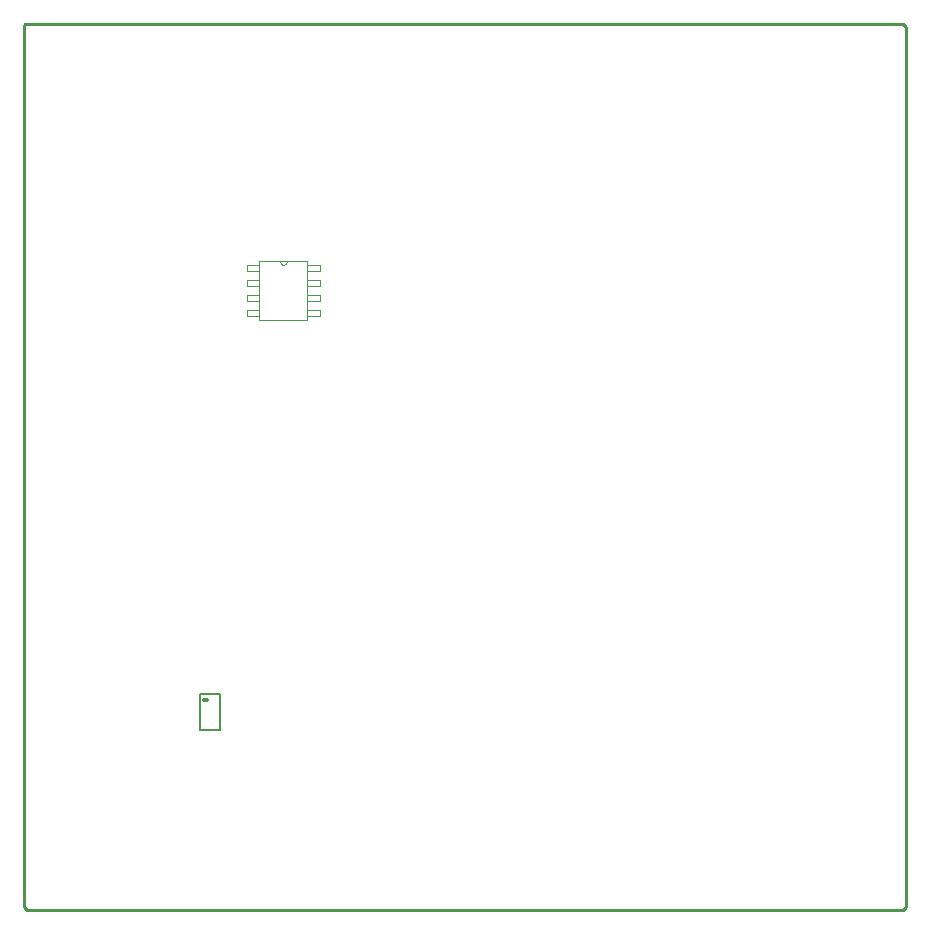
<source format=gbo>
G04*
G04 #@! TF.GenerationSoftware,Altium Limited,Altium Designer,18.1.7 (191)*
G04*
G04 Layer_Color=32896*
%FSLAX25Y25*%
%MOIN*%
G70*
G01*
G75*
%ADD13C,0.01181*%
%ADD16C,0.00500*%
%ADD17C,0.01000*%
%ADD18C,0.00000*%
D13*
X161043Y169524D02*
X160256D01*
X161043D01*
D16*
X165346Y159650D02*
Y171461D01*
X158654Y159650D02*
X165346D01*
X158654D02*
Y171461D01*
X165346D01*
D17*
X394000Y100500D02*
Y394000D01*
X393000Y99500D02*
X394000Y100500D01*
X101000Y99500D02*
X393000D01*
X100000Y100500D02*
X101000Y99500D01*
X100000Y100500D02*
Y394500D01*
X100500Y395000D01*
X393000D01*
X394000Y394000D01*
D18*
X185300Y315800D02*
X185652Y314951D01*
X186500Y314600D01*
X187348Y314951D01*
X187700Y315800D01*
X178600Y296200D02*
Y315800D01*
X185300D01*
X187700D01*
X194400D01*
Y296200D02*
Y315800D01*
X178600Y296200D02*
X194400D01*
Y314500D02*
X198700D01*
Y312500D02*
Y314500D01*
X194400Y312500D02*
X198700D01*
X194400D02*
Y314500D01*
Y309500D02*
X198700D01*
Y307500D02*
Y309500D01*
X194400Y307500D02*
X198700D01*
X194400D02*
Y309500D01*
Y304500D02*
X198700D01*
Y302500D02*
Y304500D01*
X194400Y302500D02*
X198700D01*
X194400D02*
Y304500D01*
Y299500D02*
X198700D01*
Y297500D02*
Y299500D01*
X194400Y297500D02*
X198700D01*
X194400D02*
Y299500D01*
X174300Y297500D02*
X178600D01*
X174300D02*
Y299500D01*
X178600D01*
Y297500D02*
Y299500D01*
X174300Y302500D02*
X178600D01*
X174300D02*
Y304500D01*
X178600D01*
Y302500D02*
Y304500D01*
X174300Y307500D02*
X178600D01*
X174300D02*
Y309500D01*
X178600D01*
Y307500D02*
Y309500D01*
X174300Y312500D02*
X178600D01*
X174300D02*
Y314500D01*
X178600D01*
Y312500D02*
Y314500D01*
M02*

</source>
